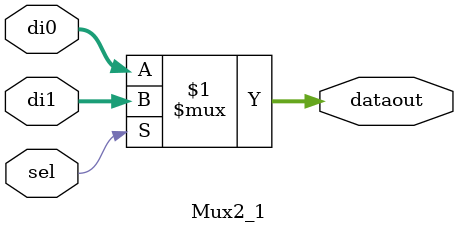
<source format=sv>
module Mux2_1(di0, di1, dataout, sel);
  input [31:0] di0, di1;
  input sel;
  output [31:0] dataout;
    
    assign dataout = sel ? di1 : di0;
      
endmodule
</source>
